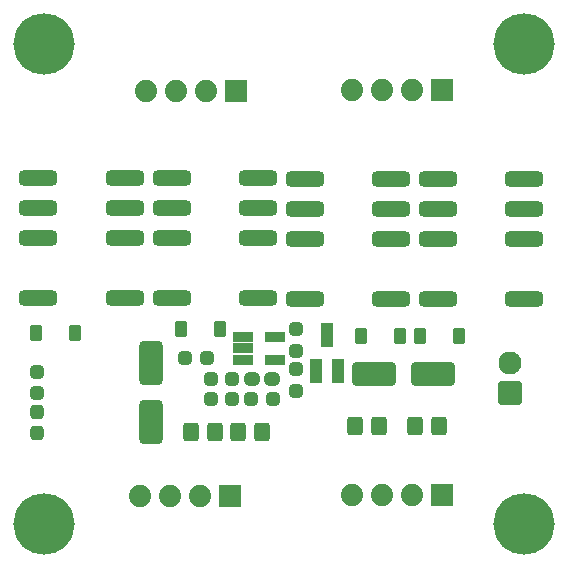
<source format=gts>
%TF.GenerationSoftware,KiCad,Pcbnew,(7.0.0)*%
%TF.CreationDate,2023-03-20T10:58:12+01:00*%
%TF.ProjectId,Z_Brake,5a5f4272-616b-4652-9e6b-696361645f70,rev?*%
%TF.SameCoordinates,Original*%
%TF.FileFunction,Soldermask,Top*%
%TF.FilePolarity,Negative*%
%FSLAX46Y46*%
G04 Gerber Fmt 4.6, Leading zero omitted, Abs format (unit mm)*
G04 Created by KiCad (PCBNEW (7.0.0)) date 2023-03-20 10:58:12*
%MOMM*%
%LPD*%
G01*
G04 APERTURE LIST*
G04 Aperture macros list*
%AMRoundRect*
0 Rectangle with rounded corners*
0 $1 Rounding radius*
0 $2 $3 $4 $5 $6 $7 $8 $9 X,Y pos of 4 corners*
0 Add a 4 corners polygon primitive as box body*
4,1,4,$2,$3,$4,$5,$6,$7,$8,$9,$2,$3,0*
0 Add four circle primitives for the rounded corners*
1,1,$1+$1,$2,$3*
1,1,$1+$1,$4,$5*
1,1,$1+$1,$6,$7*
1,1,$1+$1,$8,$9*
0 Add four rect primitives between the rounded corners*
20,1,$1+$1,$2,$3,$4,$5,0*
20,1,$1+$1,$4,$5,$6,$7,0*
20,1,$1+$1,$6,$7,$8,$9,0*
20,1,$1+$1,$8,$9,$2,$3,0*%
G04 Aperture macros list end*
%ADD10RoundRect,0.337500X0.300000X0.237500X-0.300000X0.237500X-0.300000X-0.237500X0.300000X-0.237500X0*%
%ADD11RoundRect,0.325000X0.225000X0.375000X-0.225000X0.375000X-0.225000X-0.375000X0.225000X-0.375000X0*%
%ADD12RoundRect,0.337500X-0.237500X0.287500X-0.237500X-0.287500X0.237500X-0.287500X0.237500X0.287500X0*%
%ADD13RoundRect,0.350000X-1.500000X-0.650000X1.500000X-0.650000X1.500000X0.650000X-1.500000X0.650000X0*%
%ADD14C,5.200000*%
%ADD15RoundRect,0.100000X-0.877500X0.877500X-0.877500X-0.877500X0.877500X-0.877500X0.877500X0.877500X0*%
%ADD16C,1.955000*%
%ADD17RoundRect,0.100000X0.400000X-0.950000X0.400000X0.950000X-0.400000X0.950000X-0.400000X-0.950000X0*%
%ADD18RoundRect,0.337500X0.250000X0.237500X-0.250000X0.237500X-0.250000X-0.237500X0.250000X-0.237500X0*%
%ADD19RoundRect,0.337500X-0.250000X-0.237500X0.250000X-0.237500X0.250000X0.237500X-0.250000X0.237500X0*%
%ADD20RoundRect,0.337500X-0.237500X0.250000X-0.237500X-0.250000X0.237500X-0.250000X0.237500X0.250000X0*%
%ADD21RoundRect,0.337500X0.237500X-0.250000X0.237500X0.250000X-0.237500X0.250000X-0.237500X-0.250000X0*%
%ADD22RoundRect,0.350000X0.350000X0.450000X-0.350000X0.450000X-0.350000X-0.450000X0.350000X-0.450000X0*%
%ADD23RoundRect,0.100000X-0.780000X-0.325000X0.780000X-0.325000X0.780000X0.325000X-0.780000X0.325000X0*%
%ADD24RoundRect,0.100000X-0.845000X-0.845000X0.845000X-0.845000X0.845000X0.845000X-0.845000X0.845000X0*%
%ADD25C,1.890000*%
%ADD26RoundRect,0.350000X-0.650000X1.500000X-0.650000X-1.500000X0.650000X-1.500000X0.650000X1.500000X0*%
%ADD27RoundRect,0.349750X1.250250X-0.305250X1.250250X0.305250X-1.250250X0.305250X-1.250250X-0.305250X0*%
G04 APERTURE END LIST*
D10*
%TO.C,C1*%
X78350000Y-108400000D03*
X76625000Y-108400000D03*
%TD*%
D11*
%TO.C,D3*%
X89150000Y-104750000D03*
X85850000Y-104750000D03*
%TD*%
D12*
%TO.C,D4*%
X58400000Y-111212500D03*
X58400000Y-112962500D03*
%TD*%
D13*
%TO.C,D5*%
X87000000Y-108000000D03*
X92000000Y-108000000D03*
%TD*%
D14*
%TO.C,MH1*%
X59055000Y-80010000D03*
%TD*%
%TO.C,MH2*%
X99695000Y-80010000D03*
%TD*%
%TO.C,MH3*%
X59055000Y-120650000D03*
%TD*%
%TO.C,MH4*%
X99695000Y-120650000D03*
%TD*%
D15*
%TO.C,P2*%
X98500000Y-109540000D03*
D16*
X98500000Y-107000000D03*
%TD*%
D17*
%TO.C,Q1*%
X82050000Y-107700000D03*
X83950000Y-107700000D03*
X83000000Y-104700000D03*
%TD*%
D18*
%TO.C,R2*%
X74978900Y-110057200D03*
X73153900Y-110057200D03*
%TD*%
D19*
%TO.C,R3*%
X70994900Y-106600000D03*
X72819900Y-106600000D03*
%TD*%
D18*
%TO.C,R4*%
X78400000Y-110050000D03*
X76575000Y-110050000D03*
%TD*%
D20*
%TO.C,R5*%
X80400000Y-104175000D03*
X80400000Y-106000000D03*
%TD*%
D21*
%TO.C,R6*%
X80400000Y-109400000D03*
X80400000Y-107575000D03*
%TD*%
%TO.C,R7*%
X58400000Y-109600000D03*
X58400000Y-107775000D03*
%TD*%
D22*
%TO.C,RV1*%
X92440000Y-112395000D03*
X90440000Y-112395000D03*
%TD*%
%TO.C,RV2*%
X87360000Y-112395000D03*
X85360000Y-112395000D03*
%TD*%
D23*
%TO.C,U1*%
X75850000Y-104850000D03*
X75850000Y-105800000D03*
X75850000Y-106750000D03*
X78550000Y-106750000D03*
X78550000Y-104850000D03*
%TD*%
D24*
%TO.C,P1*%
X92710000Y-83945000D03*
D25*
X90170000Y-83945000D03*
X87630000Y-83945000D03*
X85090000Y-83945000D03*
%TD*%
D26*
%TO.C,D1*%
X68100000Y-107050000D03*
X68100000Y-112050000D03*
%TD*%
D11*
%TO.C,D2*%
X94150000Y-104775000D03*
X90850000Y-104775000D03*
%TD*%
D24*
%TO.C,P3*%
X92710000Y-118235000D03*
D25*
X90170000Y-118235000D03*
X87630000Y-118235000D03*
X85090000Y-118235000D03*
%TD*%
D19*
%TO.C,R1*%
X73153900Y-108407200D03*
X74978900Y-108407200D03*
%TD*%
D27*
%TO.C,K1*%
X99645000Y-101600000D03*
X99645000Y-96520000D03*
X99645000Y-93980000D03*
X99645000Y-91440000D03*
X92355000Y-91440000D03*
X92355000Y-93980000D03*
X92355000Y-96520000D03*
X92355000Y-101600000D03*
%TD*%
%TO.C,K2*%
X88395000Y-101600000D03*
X88395000Y-96520000D03*
X88395000Y-93980000D03*
X88395000Y-91440000D03*
X81105000Y-91440000D03*
X81105000Y-93980000D03*
X81105000Y-96520000D03*
X81105000Y-101600000D03*
%TD*%
D22*
%TO.C,RV4*%
X73500000Y-112900000D03*
X71500000Y-112900000D03*
%TD*%
D24*
%TO.C,P4*%
X75250000Y-84000000D03*
D25*
X72710000Y-84000000D03*
X70170000Y-84000000D03*
X67630000Y-84000000D03*
%TD*%
D27*
%TO.C,K4*%
X65850000Y-101560000D03*
X65850000Y-96480000D03*
X65850000Y-93940000D03*
X65850000Y-91400000D03*
X58560000Y-91400000D03*
X58560000Y-93940000D03*
X58560000Y-96480000D03*
X58560000Y-101560000D03*
%TD*%
D11*
%TO.C,D7*%
X73950000Y-104200000D03*
X70650000Y-104200000D03*
%TD*%
D24*
%TO.C,P5*%
X74810000Y-118260000D03*
D25*
X72270000Y-118260000D03*
X69730000Y-118260000D03*
X67190000Y-118260000D03*
%TD*%
D11*
%TO.C,D6*%
X61650000Y-104500000D03*
X58350000Y-104500000D03*
%TD*%
D22*
%TO.C,RV3*%
X77500000Y-112900000D03*
X75500000Y-112900000D03*
%TD*%
D27*
%TO.C,K3*%
X77150000Y-101560000D03*
X77150000Y-96480000D03*
X77150000Y-93940000D03*
X77150000Y-91400000D03*
X69860000Y-91400000D03*
X69860000Y-93940000D03*
X69860000Y-96480000D03*
X69860000Y-101560000D03*
%TD*%
M02*

</source>
